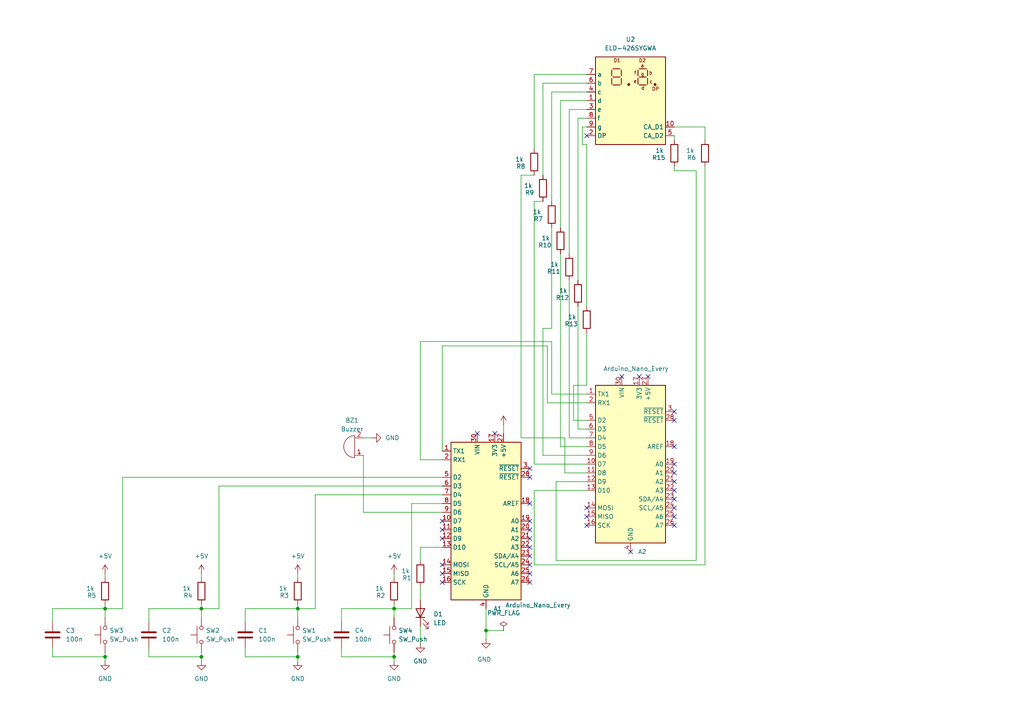
<source format=kicad_sch>
(kicad_sch (version 20250114) (generator "eeschema") (generator_version "9.0")
  (paper "A4")
  (lib_symbols
    (symbol "Device:Buzzer" (pin_names (offset 0.0254) (hide yes))
      (property "Reference" "BZ" (at 3.81 1.27 0))
      (property "Value" "Buzzer" (at 3.81 -1.27 0))
      (symbol "Buzzer_0_1"
        (polyline (pts (xy -1.651 1.905) (xy -1.143 1.905)))
        (polyline (pts (xy -1.397 2.159) (xy -1.397 1.651)))
        (arc (start 0 3.175) (mid 3.1612 0) (end 0 -3.175))
        (polyline (pts (xy 0 3.175) (xy 0 -3.175)))
      )
      (symbol "Buzzer_1_1"
        (pin passive line (at -2.54 2.54 0) (length 2.54) (name "+") (number "1"))
        (pin passive line (at -2.54 -2.54 0) (length 2.54) (name "-") (number "2"))
      )
    )
    (symbol "Device:C" (pin_numbers (hide yes)) (pin_names (offset 0.254))
      (property "Reference" "C" (at 0.635 2.54 0))
      (property "Value" "C" (at 0.635 -2.54 0))
      (symbol "C_0_1"
        (polyline (pts (xy -2.032 0.762) (xy 2.032 0.762)) (stroke (width 0.508)))
        (polyline (pts (xy -2.032 -0.762) (xy 2.032 -0.762)) (stroke (width 0.508)))
      )
      (symbol "C_1_1"
        (pin passive line (at 0 3.81 270) (length 2.794) (name "~") (number "1"))
        (pin passive line (at 0 -3.81 90) (length 2.794) (name "~") (number "2"))
      )
    )
    (symbol "Device:LED" (pin_numbers (hide yes)) (pin_names (offset 1.016) (hide yes))
      (property "Reference" "D" (at 0 2.54 0))
      (property "Value" "LED" (at 0 -2.54 0))
      (symbol "LED_0_1"
        (polyline (pts (xy -3.048 -0.762) (xy -4.572 -2.286) (xy -3.81 -2.286) (xy -4.572 -2.286) (xy -4.572 -1.524)))
        (polyline (pts (xy -1.778 -0.762) (xy -3.302 -2.286) (xy -2.54 -2.286) (xy -3.302 -2.286) (xy -3.302 -1.524)))
        (polyline (pts (xy -1.27 0) (xy 1.27 0)))
        (polyline (pts (xy -1.27 -1.27) (xy -1.27 1.27)) (stroke (width 0.254)))
        (polyline (pts (xy 1.27 -1.27) (xy 1.27 1.27) (xy -1.27 0) (xy 1.27 -1.27)) (stroke (width 0.254)))
      )
      (symbol "LED_1_1"
        (pin passive line (at -3.81 0 0) (length 2.54) (name "K") (number "1"))
        (pin passive line (at 3.81 0 180) (length 2.54) (name "A") (number "2"))
      )
    )
    (symbol "Device:R" (pin_numbers (hide yes)) (pin_names (offset 0))
      (property "Reference" "R" (at 2.032 0 90))
      (property "Value" "R" (at 0 0 90))
      (symbol "R_0_1"
        (rectangle (start -1.016 -2.54) (end 1.016 2.54) (stroke (width 0.254)))
      )
      (symbol "R_1_1"
        (pin passive line (at 0 3.81 270) (length 1.27) (name "~") (number "1"))
        (pin passive line (at 0 -3.81 90) (length 1.27) (name "~") (number "2"))
      )
    )
    (symbol "Display_Character:ELD-426SYGWA"
      (property "Reference" "U" (at -8.89 13.97 0))
      (property "Value" "ELD-426SYGWA" (at -2.794 -14.224 0))
      (symbol "ELD-426SYGWA_0_0"
        (text "D1" (at -3.937 11.684 0) (effects (font (size 0.9906 0.9906))))
        (text "f" (at 1.3716 8.1026 0) (effects (font (size 0.9906 0.9906))))
        (text "e" (at 1.3716 5.6388 0) (effects (font (size 0.9906 0.9906))))
        (text "D2" (at 3.429 11.684 0) (effects (font (size 0.9906 0.9906))))
        (text "a" (at 3.4544 10.1854 0) (effects (font (size 0.9906 0.9906))))
        (text "g" (at 3.5052 7.7216 0) (effects (font (size 0.9906 0.9906))))
        (text "d" (at 3.6068 3.683 0) (effects (font (size 0.9906 0.9906))))
        (text "b" (at 5.842 8.0772 0) (effects (font (size 0.9906 0.9906))))
        (text "c" (at 5.9436 5.5372 0) (effects (font (size 0.9906 0.9906))))
        (text "DP" (at 7.239 3.429 0) (effects (font (size 0.9906 0.9906))))
      )
      (symbol "ELD-426SYGWA_0_1"
        (rectangle (start -10.16 12.7) (end 10.16 -12.7) (stroke (width 0.254)) (fill (type background)))
        (polyline (pts (xy -5.461 7.239) (xy -5.461 8.89)) (stroke (width 0.254)))
        (polyline (pts (xy -5.461 4.826) (xy -5.461 6.477)) (stroke (width 0.254)))
        (polyline (pts (xy -5.08 9.271) (xy -3.048 9.271)) (stroke (width 0.254)))
        (polyline (pts (xy -5.08 6.858) (xy -3.048 6.858)) (stroke (width 0.254)))
        (polyline (pts (xy -5.08 4.572) (xy -3.048 4.572)) (stroke (width 0.254)))
        (polyline (pts (xy -2.667 7.239) (xy -2.667 8.89)) (stroke (width 0.254)))
        (polyline (pts (xy -2.667 4.826) (xy -2.667 6.477)) (stroke (width 0.254)))
        (circle (center -0.508 4.699) (radius 0.2794) (stroke (width 0.254)) (fill (type outline)))
        (polyline (pts (xy 2.159 7.239) (xy 2.159 8.89)) (stroke (width 0.254)))
        (polyline (pts (xy 2.159 4.826) (xy 2.159 6.477)) (stroke (width 0.254)))
        (polyline (pts (xy 2.54 9.271) (xy 4.572 9.271)) (stroke (width 0.254)))
        (polyline (pts (xy 2.54 6.858) (xy 4.572 6.858)) (stroke (width 0.254)))
        (polyline (pts (xy 2.54 4.572) (xy 4.572 4.572)) (stroke (width 0.254)))
        (polyline (pts (xy 4.953 7.239) (xy 4.953 8.89)) (stroke (width 0.254)))
        (polyline (pts (xy 4.953 4.826) (xy 4.953 6.477)) (stroke (width 0.254)))
        (circle (center 7.112 4.699) (radius 0.2794) (stroke (width 0.254)) (fill (type outline)))
      )
      (symbol "ELD-426SYGWA_1_1"
        (pin input line (at -12.7 7.62 0) (length 2.54) (name "a") (number "7"))
        (pin input line (at -12.7 5.08 0) (length 2.54) (name "b") (number "6"))
        (pin input line (at -12.7 2.54 0) (length 2.54) (name "c") (number "4"))
        (pin input line (at -12.7 0 0) (length 2.54) (name "d") (number "1"))
        (pin input line (at -12.7 -2.54 0) (length 2.54) (name "e") (number "3"))
        (pin input line (at -12.7 -5.08 0) (length 2.54) (name "f") (number "8"))
        (pin input line (at -12.7 -7.62 0) (length 2.54) (name "g") (number "9"))
        (pin input line (at -12.7 -10.16 0) (length 2.54) (name "DP") (number "2"))
        (pin input line (at 12.7 -7.62 180) (length 2.54) (name "CA_D1") (number "10"))
        (pin input line (at 12.7 -10.16 180) (length 2.54) (name "CA_D2") (number "5"))
      )
    )
    (symbol "MCU_Module:Arduino_Nano_Every"
      (property "Reference" "A" (at -10.16 23.495 0))
      (property "Value" "Arduino_Nano_Every" (at 5.08 -24.13 0))
      (symbol "Arduino_Nano_Every_0_1"
        (rectangle (start -10.16 22.86) (end 10.16 -22.86) (stroke (width 0.254)) (fill (type background)))
      )
      (symbol "Arduino_Nano_Every_1_1"
        (pin bidirectional line (at -12.7 20.32 0) (length 2.54) (name "TX1") (number "1"))
        (pin bidirectional line (at -12.7 17.78 0) (length 2.54) (name "RX1") (number "2"))
        (pin bidirectional line (at -12.7 12.7 0) (length 2.54) (name "D2") (number "5"))
        (pin bidirectional line (at -12.7 10.16 0) (length 2.54) (name "D3") (number "6"))
        (pin bidirectional line (at -12.7 7.62 0) (length 2.54) (name "D4") (number "7"))
        (pin bidirectional line (at -12.7 5.08 0) (length 2.54) (name "D5") (number "8"))
        (pin bidirectional line (at -12.7 2.54 0) (length 2.54) (name "D6") (number "9"))
        (pin bidirectional line (at -12.7 0 0) (length 2.54) (name "D7") (number "10"))
        (pin bidirectional line (at -12.7 -2.54 0) (length 2.54) (name "D8") (number "11"))
        (pin bidirectional line (at -12.7 -5.08 0) (length 2.54) (name "D9") (number "12"))
        (pin bidirectional line (at -12.7 -7.62 0) (length 2.54) (name "D10") (number "13"))
        (pin bidirectional line (at -12.7 -12.7 0) (length 2.54) (name "MOSI") (number "14"))
        (pin bidirectional line (at -12.7 -15.24 0) (length 2.54) (name "MISO") (number "15"))
        (pin bidirectional line (at -12.7 -17.78 0) (length 2.54) (name "SCK") (number "16"))
        (pin power_in line (at -2.54 25.4 270) (length 2.54) (name "VIN") (number "30"))
        (pin passive line (at 0 -25.4 90) (length 2.54) (hide yes) (name "GND") (number "29"))
        (pin power_in line (at 0 -25.4 90) (length 2.54) (name "GND") (number "4"))
        (pin power_out line (at 2.54 25.4 270) (length 2.54) (name "3V3") (number "17"))
        (pin power_out line (at 5.08 25.4 270) (length 2.54) (name "+5V") (number "27"))
        (pin input line (at 12.7 15.24 180) (length 2.54) (name "~{RESET}") (number "3"))
        (pin input line (at 12.7 12.7 180) (length 2.54) (name "~{RESET}") (number "28"))
        (pin input line (at 12.7 5.08 180) (length 2.54) (name "AREF") (number "18"))
        (pin bidirectional line (at 12.7 0 180) (length 2.54) (name "A0") (number "19"))
        (pin bidirectional line (at 12.7 -2.54 180) (length 2.54) (name "A1") (number "20"))
        (pin bidirectional line (at 12.7 -5.08 180) (length 2.54) (name "A2") (number "21"))
        (pin bidirectional line (at 12.7 -7.62 180) (length 2.54) (name "A3") (number "22"))
        (pin bidirectional line (at 12.7 -10.16 180) (length 2.54) (name "SDA/A4") (number "23"))
        (pin bidirectional line (at 12.7 -12.7 180) (length 2.54) (name "SCL/A5") (number "24"))
        (pin bidirectional line (at 12.7 -15.24 180) (length 2.54) (name "A6") (number "25"))
        (pin bidirectional line (at 12.7 -17.78 180) (length 2.54) (name "A7") (number "26"))
      )
    )
    (symbol "Switch:SW_Push" (pin_numbers (hide yes)) (pin_names (offset 1.016) (hide yes))
      (property "Reference" "SW" (at 1.27 2.54 0))
      (property "Value" "SW_Push" (at 0 -1.524 0))
      (symbol "SW_Push_0_1"
        (circle (center -2.032 0) (radius 0.508))
        (polyline (pts (xy 0 1.27) (xy 0 3.048)))
        (circle (center 2.032 0) (radius 0.508))
        (polyline (pts (xy 2.54 1.27) (xy -2.54 1.27)))
        (pin passive line (at -5.08 0 0) (length 2.54) (name "1") (number "1"))
        (pin passive line (at 5.08 0 180) (length 2.54) (name "2") (number "2"))
      )
    )
    (symbol "power:+5V" (power) (pin_numbers (hide yes)) (pin_names (offset 0) (hide yes))
      (property "Value" "+5V" (at 0 3.556 0))
      (symbol "+5V_0_1"
        (polyline (pts (xy -0.762 1.27) (xy 0 2.54)))
        (polyline (pts (xy 0 2.54) (xy 0.762 1.27)))
        (polyline (pts (xy 0 0) (xy 0 2.54)))
      )
      (symbol "+5V_1_1"
        (pin power_in line (at 0 0 90) (length 0) (name "~") (number "1"))
      )
    )
    (symbol "power:GND" (power) (pin_numbers (hide yes)) (pin_names (offset 0) (hide yes))
      (property "Value" "GND" (at 0 -3.81 0))
      (symbol "GND_0_1"
        (polyline (pts (xy 0 0) (xy 0 -1.27) (xy 1.27 -1.27) (xy 0 -2.54) (xy -1.27 -1.27) (xy 0 -1.27)))
      )
      (symbol "GND_1_1"
        (pin power_in line (at 0 0 270) (length 0) (name "~") (number "1"))
      )
    )
    (symbol "power:PWR_FLAG" (power) (pin_numbers (hide yes)) (pin_names (offset 0) (hide yes))
      (property "Value" "PWR_FLAG" (at 0 3.81 0))
      (symbol "PWR_FLAG_0_0"
        (pin power_out line (at 0 0 90) (length 0) (name "~") (number "1"))
      )
      (symbol "PWR_FLAG_0_1"
        (polyline (pts (xy 0 0) (xy 0 1.27) (xy -1.016 1.905) (xy 0 2.54) (xy 1.016 1.905) (xy 0 1.27)))
      )
    )
  )
  (junction (at 114.3 176.53))
  (junction (at 114.3 190.5))
  (junction (at 140.97 182.88))
  (junction (at 86.36 190.5))
  (junction (at 86.36 176.53))
  (junction (at 58.42 176.53))
  (junction (at 58.42 190.5))
  (junction (at 30.48 176.53))
  (junction (at 30.48 190.5))
  (no_connect (at 128.27 163.83))
  (no_connect (at 195.58 152.4))
  (no_connect (at 153.67 166.37))
  (no_connect (at 128.27 153.67))
  (no_connect (at 170.18 39.37))
  (no_connect (at 195.58 129.54))
  (no_connect (at 153.67 153.67))
  (no_connect (at 195.58 137.16))
  (no_connect (at 153.67 168.91))
  (no_connect (at 153.67 151.13))
  (no_connect (at 153.67 156.21))
  (no_connect (at 138.43 125.73))
  (no_connect (at 182.88 160.02))
  (no_connect (at 187.96 109.22))
  (no_connect (at 195.58 142.24))
  (no_connect (at 195.58 119.38))
  (no_connect (at 143.51 125.73))
  (no_connect (at 195.58 121.92))
  (no_connect (at 128.27 156.21))
  (no_connect (at 128.27 168.91))
  (no_connect (at 195.58 147.32))
  (no_connect (at 153.67 138.43))
  (no_connect (at 153.67 161.29))
  (no_connect (at 185.42 109.22))
  (no_connect (at 170.18 152.4))
  (no_connect (at 128.27 151.13))
  (no_connect (at 153.67 146.05))
  (no_connect (at 180.34 109.22))
  (no_connect (at 153.67 135.89))
  (no_connect (at 170.18 147.32))
  (no_connect (at 170.18 149.86))
  (no_connect (at 128.27 166.37))
  (no_connect (at 195.58 144.78))
  (no_connect (at 195.58 149.86))
  (no_connect (at 195.58 139.7))
  (no_connect (at 195.58 134.62))
  (no_connect (at 153.67 163.83))
  (no_connect (at 153.67 158.75))
  (wire (pts (xy 157.48 58.42) (xy 154.94 58.42)))
  (wire (pts (xy 119.38 146.05) (xy 128.27 146.05)))
  (wire (pts (xy 170.18 114.3) (xy 160.02 114.3)))
  (wire (pts (xy 160.02 95.25) (xy 157.48 95.25)))
  (wire (pts (xy 15.24 180.34) (xy 15.24 176.53)))
  (wire (pts (xy 195.58 48.26) (xy 195.58 49.53)))
  (wire (pts (xy 160.02 26.67) (xy 160.02 58.42)))
  (wire (pts (xy 121.92 99.06) (xy 121.92 133.35)))
  (wire (pts (xy 157.48 95.25) (xy 157.48 132.08)))
  (wire (pts (xy 114.3 176.53) (xy 119.38 176.53)))
  (wire (pts (xy 157.48 24.13) (xy 157.48 50.8)))
  (wire (pts (xy 43.18 190.5) (xy 58.42 190.5)))
  (wire (pts (xy 58.42 176.53) (xy 58.42 179.07)))
  (wire (pts (xy 154.94 21.59) (xy 154.94 43.18)))
  (wire (pts (xy 114.3 166.37) (xy 114.3 167.64)))
  (wire (pts (xy 128.27 100.33) (xy 128.27 130.81)))
  (wire (pts (xy 30.48 176.53) (xy 30.48 179.07)))
  (wire (pts (xy 43.18 180.34) (xy 43.18 176.53)))
  (wire (pts (xy 30.48 190.5) (xy 30.48 191.77)))
  (wire (pts (xy 158.75 100.33) (xy 128.27 100.33)))
  (wire (pts (xy 167.64 124.46) (xy 170.18 124.46)))
  (wire (pts (xy 86.36 176.53) (xy 86.36 179.07)))
  (wire (pts (xy 167.64 88.9) (xy 167.64 124.46)))
  (wire (pts (xy 114.3 190.5) (xy 114.3 191.77)))
  (wire (pts (xy 201.93 162.56) (xy 161.29 162.56)))
  (wire (pts (xy 161.29 139.7) (xy 170.18 139.7)))
  (wire (pts (xy 154.94 134.62) (xy 170.18 134.62)))
  (wire (pts (xy 140.97 182.88) (xy 146.05 182.88)))
  (wire (pts (xy 204.47 36.83) (xy 204.47 40.64)))
  (wire (pts (xy 170.18 24.13) (xy 157.48 24.13)))
  (wire (pts (xy 140.97 182.88) (xy 140.97 176.53)))
  (wire (pts (xy 157.48 132.08) (xy 170.18 132.08)))
  (wire (pts (xy 30.48 176.53) (xy 35.56 176.53)))
  (wire (pts (xy 162.56 29.21) (xy 162.56 66.04)))
  (wire (pts (xy 204.47 48.26) (xy 204.47 163.83)))
  (wire (pts (xy 195.58 49.53) (xy 201.93 49.53)))
  (wire (pts (xy 99.06 180.34) (xy 99.06 176.53)))
  (wire (pts (xy 99.06 187.96) (xy 99.06 190.5)))
  (wire (pts (xy 204.47 163.83) (xy 154.94 163.83)))
  (wire (pts (xy 58.42 175.26) (xy 58.42 176.53)))
  (wire (pts (xy 35.56 176.53) (xy 35.56 138.43)))
  (wire (pts (xy 154.94 163.83) (xy 154.94 142.24)))
  (wire (pts (xy 165.1 81.28) (xy 165.1 127)))
  (wire (pts (xy 151.13 127) (xy 163.83 127)))
  (wire (pts (xy 63.5 140.97) (xy 128.27 140.97)))
  (wire (pts (xy 163.83 137.16) (xy 170.18 137.16)))
  (wire (pts (xy 86.36 176.53) (xy 91.44 176.53)))
  (wire (pts (xy 86.36 175.26) (xy 86.36 176.53)))
  (wire (pts (xy 58.42 189.23) (xy 58.42 190.5)))
  (wire (pts (xy 158.75 116.84) (xy 158.75 100.33)))
  (wire (pts (xy 121.92 170.18) (xy 121.92 173.99)))
  (wire (pts (xy 114.3 176.53) (xy 114.3 179.07)))
  (wire (pts (xy 86.36 189.23) (xy 86.36 190.5)))
  (wire (pts (xy 166.37 111.76) (xy 166.37 121.92)))
  (wire (pts (xy 71.12 190.5) (xy 86.36 190.5)))
  (wire (pts (xy 170.18 116.84) (xy 158.75 116.84)))
  (wire (pts (xy 43.18 176.53) (xy 58.42 176.53)))
  (wire (pts (xy 140.97 185.42) (xy 140.97 182.88)))
  (wire (pts (xy 15.24 190.5) (xy 30.48 190.5)))
  (wire (pts (xy 114.3 189.23) (xy 114.3 190.5)))
  (wire (pts (xy 170.18 36.83) (xy 168.91 36.83)))
  (wire (pts (xy 154.94 142.24) (xy 170.18 142.24)))
  (wire (pts (xy 162.56 129.54) (xy 170.18 129.54)))
  (wire (pts (xy 63.5 176.53) (xy 63.5 140.97)))
  (wire (pts (xy 121.92 158.75) (xy 128.27 158.75)))
  (wire (pts (xy 105.41 127) (xy 107.95 127)))
  (wire (pts (xy 160.02 66.04) (xy 160.02 95.25)))
  (wire (pts (xy 166.37 121.92) (xy 170.18 121.92)))
  (wire (pts (xy 168.91 36.83) (xy 168.91 41.91)))
  (wire (pts (xy 168.91 41.91) (xy 170.18 41.91)))
  (wire (pts (xy 160.02 99.06) (xy 121.92 99.06)))
  (wire (pts (xy 170.18 111.76) (xy 166.37 111.76)))
  (wire (pts (xy 58.42 166.37) (xy 58.42 167.64)))
  (wire (pts (xy 58.42 190.5) (xy 58.42 191.77)))
  (wire (pts (xy 121.92 133.35) (xy 128.27 133.35)))
  (wire (pts (xy 15.24 176.53) (xy 30.48 176.53)))
  (wire (pts (xy 99.06 190.5) (xy 114.3 190.5)))
  (wire (pts (xy 71.12 187.96) (xy 71.12 190.5)))
  (wire (pts (xy 154.94 58.42) (xy 154.94 134.62)))
  (wire (pts (xy 170.18 88.9) (xy 170.18 41.91)))
  (wire (pts (xy 146.05 123.19) (xy 146.05 125.73)))
  (wire (pts (xy 170.18 34.29) (xy 167.64 34.29)))
  (wire (pts (xy 86.36 190.5) (xy 86.36 191.77)))
  (wire (pts (xy 195.58 36.83) (xy 204.47 36.83)))
  (wire (pts (xy 195.58 39.37) (xy 195.58 40.64)))
  (wire (pts (xy 58.42 176.53) (xy 63.5 176.53)))
  (wire (pts (xy 170.18 29.21) (xy 162.56 29.21)))
  (wire (pts (xy 170.18 21.59) (xy 154.94 21.59)))
  (wire (pts (xy 121.92 181.61) (xy 121.92 186.69)))
  (wire (pts (xy 119.38 176.53) (xy 119.38 146.05)))
  (wire (pts (xy 201.93 49.53) (xy 201.93 162.56)))
  (wire (pts (xy 71.12 180.34) (xy 71.12 176.53)))
  (wire (pts (xy 43.18 187.96) (xy 43.18 190.5)))
  (wire (pts (xy 151.13 50.8) (xy 151.13 127)))
  (wire (pts (xy 15.24 187.96) (xy 15.24 190.5)))
  (wire (pts (xy 128.27 148.59) (xy 105.41 148.59)))
  (wire (pts (xy 162.56 73.66) (xy 162.56 129.54)))
  (wire (pts (xy 30.48 189.23) (xy 30.48 190.5)))
  (wire (pts (xy 86.36 166.37) (xy 86.36 167.64)))
  (wire (pts (xy 105.41 148.59) (xy 105.41 132.08)))
  (wire (pts (xy 165.1 31.75) (xy 165.1 73.66)))
  (wire (pts (xy 165.1 127) (xy 170.18 127)))
  (wire (pts (xy 163.83 127) (xy 163.83 137.16)))
  (wire (pts (xy 167.64 34.29) (xy 167.64 81.28)))
  (wire (pts (xy 30.48 166.37) (xy 30.48 167.64)))
  (wire (pts (xy 91.44 143.51) (xy 128.27 143.51)))
  (wire (pts (xy 154.94 50.8) (xy 151.13 50.8)))
  (wire (pts (xy 170.18 96.52) (xy 170.18 111.76)))
  (wire (pts (xy 161.29 162.56) (xy 161.29 139.7)))
  (wire (pts (xy 30.48 175.26) (xy 30.48 176.53)))
  (wire (pts (xy 170.18 31.75) (xy 165.1 31.75)))
  (wire (pts (xy 114.3 175.26) (xy 114.3 176.53)))
  (wire (pts (xy 170.18 26.67) (xy 160.02 26.67)))
  (wire (pts (xy 160.02 114.3) (xy 160.02 99.06)))
  (wire (pts (xy 35.56 138.43) (xy 128.27 138.43)))
  (wire (pts (xy 99.06 176.53) (xy 114.3 176.53)))
  (wire (pts (xy 121.92 158.75) (xy 121.92 162.56)))
  (wire (pts (xy 91.44 176.53) (xy 91.44 143.51)))
  (wire (pts (xy 71.12 176.53) (xy 86.36 176.53)))
  (symbol (lib_id "Device:R") (at 30.48 171.45 180) (unit 1)
    (property "Reference" "R5" (at 27.94 172.7201 0) (effects (justify left)))
    (property "Value" "1k" (at 27.432 170.688 0) (effects (justify left)))
    (property "Footprint" "Resistor_SMD:R_0201_0603Metric" (effects (hide yes)))
    (property "Description" "Resistor" (effects (hide yes)))
  )
  (symbol (lib_id "Switch:SW_Push") (at 114.3 184.15 90) (unit 1)
    (property "Reference" "SW4" (at 115.57 182.8799 90) (effects (justify right)))
    (property "Value" "SW_Push" (at 115.57 185.4199 90) (effects (justify right)))
    (property "Footprint" "Button_Switch_SMD:SW_Push_1P1T_NO_CK_PTS125Sx43PSMTR" (effects (hide yes)))
    (property "Description" "Push button switch, generic, two pins" (effects (hide yes)))
  )
  (symbol (lib_id "Device:R") (at 58.42 171.45 180) (unit 1)
    (property "Reference" "R4" (at 55.88 172.7201 0) (effects (justify left)))
    (property "Value" "1k" (at 55.372 170.688 0) (effects (justify left)))
    (property "Footprint" "Resistor_SMD:R_0201_0603Metric" (effects (hide yes)))
    (property "Description" "Resistor" (effects (hide yes)))
  )
  (symbol (lib_id "power:GND") (at 140.97 185.42 0) (unit 1)
    (property "Reference" "#PWR02" (effects (hide yes)))
    (property "Value" "GND" (at 140.462 191.262 0))
    (property "Description" "Power symbol creates a global label with name \"GND\" , ground" (effects (hide yes)))
  )
  (symbol (lib_id "Device:R") (at 195.58 44.45 180) (unit 1)
    (property "Reference" "R15" (at 193.04 45.7201 0) (effects (justify left)))
    (property "Value" "1k" (at 192.532 43.688 0) (effects (justify left)))
    (property "Footprint" "Resistor_SMD:R_0201_0603Metric" (effects (hide yes)))
    (property "Description" "Resistor" (effects (hide yes)))
  )
  (symbol (lib_id "Device:R") (at 204.47 44.45 180) (unit 1)
    (property "Reference" "R6" (at 201.93 45.7201 0) (effects (justify left)))
    (property "Value" "1k" (at 201.422 43.688 0) (effects (justify left)))
    (property "Footprint" "Resistor_SMD:R_0201_0603Metric" (effects (hide yes)))
    (property "Description" "Resistor" (effects (hide yes)))
  )
  (symbol (lib_id "power:+5V") (at 86.36 166.37 0) (unit 1)
    (property "Reference" "#PWR07" (effects (hide yes)))
    (property "Value" "+5V" (at 86.36 161.29 0))
    (property "Description" "Power symbol creates a global label with name \"+5V\"" (effects (hide yes)))
  )
  (symbol (lib_id "Device:R") (at 170.18 92.71 180) (unit 1)
    (property "Reference" "R13" (at 167.64 93.9801 0) (effects (justify left)))
    (property "Value" "1k" (at 167.132 91.948 0) (effects (justify left)))
    (property "Footprint" "Resistor_SMD:R_0201_0603Metric" (effects (hide yes)))
    (property "Description" "Resistor" (effects (hide yes)))
  )
  (symbol (lib_id "Device:LED") (at 121.92 177.8 90) (unit 1)
    (property "Reference" "D1" (at 125.73 178.1174 90) (effects (justify right)))
    (property "Value" "LED" (at 125.73 180.6574 90) (effects (justify right)))
    (property "Description" "Light emitting diode" (effects (hide yes)))
    (property "Sim.Pins" "1=K 2=A" (effects (hide yes)))
  )
  (symbol (lib_id "Device:C") (at 99.06 184.15 0) (unit 1)
    (property "Reference" "C4" (at 102.87 182.8799 0) (effects (justify left)))
    (property "Value" "100n" (at 102.87 185.4199 0) (effects (justify left)))
    (property "Footprint" "Capacitor_SMD:C_0201_0603Metric" (effects (hide yes)))
    (property "Description" "Unpolarized capacitor" (effects (hide yes)))
  )
  (symbol (lib_id "MCU_Module:Arduino_Nano_Every") (at 140.97 151.13 0) (unit 1)
    (property "Reference" "A1" (at 143.1133 176.53 0) (effects (justify left)))
    (property "Value" "Arduino_Nano_Every" (at 146.558 175.514 0) (effects (justify left)))
    (property "Footprint" "Module:Arduino_Nano" (effects (hide yes)))
    (property "Datasheet" "https://content.arduino.cc/assets/NANOEveryV3.0_sch.pdf" (effects (hide yes)))
    (property "Description" "Arduino Nano Every" (effects (hide yes)))
  )
  (symbol (lib_id "Device:R") (at 114.3 171.45 180) (unit 1)
    (property "Reference" "R2" (at 111.76 172.7201 0) (effects (justify left)))
    (property "Value" "1k" (at 111.252 170.688 0) (effects (justify left)))
    (property "Footprint" "Resistor_SMD:R_0201_0603Metric" (effects (hide yes)))
    (property "Description" "Resistor" (effects (hide yes)))
  )
  (symbol (lib_id "Switch:SW_Push") (at 30.48 184.15 90) (unit 1)
    (property "Reference" "SW3" (at 31.75 182.8799 90) (effects (justify right)))
    (property "Value" "SW_Push" (at 31.75 185.4199 90) (effects (justify right)))
    (property "Footprint" "Button_Switch_SMD:SW_Push_1P1T_NO_CK_PTS125Sx43PSMTR" (effects (hide yes)))
    (property "Description" "Push button switch, generic, two pins" (effects (hide yes)))
  )
  (symbol (lib_id "Device:R") (at 157.48 54.61 180) (unit 1)
    (property "Reference" "R9" (at 154.94 55.8801 0) (effects (justify left)))
    (property "Value" "1k" (at 154.432 53.848 0) (effects (justify left)))
    (property "Footprint" "Resistor_SMD:R_0201_0603Metric" (effects (hide yes)))
    (property "Description" "Resistor" (effects (hide yes)))
  )
  (symbol (lib_id "power:+5V") (at 58.42 166.37 0) (unit 1)
    (property "Reference" "#PWR03" (effects (hide yes)))
    (property "Value" "+5V" (at 58.42 161.29 0))
    (property "Description" "Power symbol creates a global label with name \"+5V\"" (effects (hide yes)))
  )
  (symbol (lib_id "power:GND") (at 121.92 186.69 0) (unit 1)
    (property "Reference" "#PWR011" (effects (hide yes)))
    (property "Value" "GND" (at 121.92 191.77 0))
    (property "Description" "Power symbol creates a global label with name \"GND\" , ground" (effects (hide yes)))
  )
  (symbol (lib_id "Switch:SW_Push") (at 58.42 184.15 90) (unit 1)
    (property "Reference" "SW2" (at 59.69 182.8799 90) (effects (justify right)))
    (property "Value" "SW_Push" (at 59.69 185.4199 90) (effects (justify right)))
    (property "Footprint" "Button_Switch_SMD:SW_Push_1P1T_NO_CK_PTS125Sx43PSMTR" (effects (hide yes)))
    (property "Description" "Push button switch, generic, two pins" (effects (hide yes)))
  )
  (symbol (lib_id "Device:C") (at 71.12 184.15 0) (unit 1)
    (property "Reference" "C1" (at 74.93 182.8799 0) (effects (justify left)))
    (property "Value" "100n" (at 74.93 185.4199 0) (effects (justify left)))
    (property "Footprint" "Capacitor_SMD:C_0201_0603Metric" (effects (hide yes)))
    (property "Description" "Unpolarized capacitor" (effects (hide yes)))
  )
  (symbol (lib_id "power:+5V") (at 114.3 166.37 0) (unit 1)
    (property "Reference" "#PWR09" (effects (hide yes)))
    (property "Value" "+5V" (at 114.3 161.29 0))
    (property "Description" "Power symbol creates a global label with name \"+5V\"" (effects (hide yes)))
  )
  (symbol (lib_id "power:GND") (at 107.95 127 90) (unit 1)
    (property "Reference" "#PWR013" (effects (hide yes)))
    (property "Value" "GND" (at 111.76 126.9999 90) (effects (justify right)))
    (property "Description" "Power symbol creates a global label with name \"GND\" , ground" (effects (hide yes)))
  )
  (symbol (lib_id "Device:R") (at 121.92 166.37 180) (unit 1)
    (property "Reference" "R1" (at 119.38 167.6401 0) (effects (justify left)))
    (property "Value" "1k" (at 118.872 165.608 0) (effects (justify left)))
    (property "Footprint" "Resistor_SMD:R_0201_0603Metric" (effects (hide yes)))
    (property "Description" "Resistor" (effects (hide yes)))
  )
  (symbol (lib_id "Device:R") (at 162.56 69.85 180) (unit 1)
    (property "Reference" "R10" (at 160.02 71.1201 0) (effects (justify left)))
    (property "Value" "1k" (at 159.512 69.088 0) (effects (justify left)))
    (property "Footprint" "Resistor_SMD:R_0201_0603Metric" (effects (hide yes)))
    (property "Description" "Resistor" (effects (hide yes)))
  )
  (symbol (lib_id "power:+5V") (at 30.48 166.37 0) (unit 1)
    (property "Reference" "#PWR05" (effects (hide yes)))
    (property "Value" "+5V" (at 30.48 161.29 0))
    (property "Description" "Power symbol creates a global label with name \"+5V\"" (effects (hide yes)))
  )
  (symbol (lib_id "Device:R") (at 154.94 46.99 180) (unit 1)
    (property "Reference" "R8" (at 152.4 48.2601 0) (effects (justify left)))
    (property "Value" "1k" (at 151.892 46.228 0) (effects (justify left)))
    (property "Footprint" "Resistor_SMD:R_0201_0603Metric" (effects (hide yes)))
    (property "Description" "Resistor" (effects (hide yes)))
  )
  (symbol (lib_id "MCU_Module:Arduino_Nano_Every") (at 182.88 134.62 0) (unit 1)
    (property "Reference" "A2" (at 185.0233 160.02 0) (effects (justify left)))
    (property "Value" "Arduino_Nano_Every" (at 175.006 106.934 0) (effects (justify left)))
    (property "Footprint" "Module:Arduino_Nano" (effects (hide yes)))
    (property "Datasheet" "https://content.arduino.cc/assets/NANOEveryV3.0_sch.pdf" (effects (hide yes)))
    (property "Description" "Arduino Nano Every" (effects (hide yes)))
  )
  (symbol (lib_id "Device:R") (at 167.64 85.09 180) (unit 1)
    (property "Reference" "R12" (at 165.1 86.3601 0) (effects (justify left)))
    (property "Value" "1k" (at 164.592 84.328 0) (effects (justify left)))
    (property "Footprint" "Resistor_SMD:R_0201_0603Metric" (effects (hide yes)))
    (property "Description" "Resistor" (effects (hide yes)))
  )
  (symbol (lib_id "power:GND") (at 58.42 191.77 0) (unit 1)
    (property "Reference" "#PWR04" (effects (hide yes)))
    (property "Value" "GND" (at 58.42 196.85 0))
    (property "Description" "Power symbol creates a global label with name \"GND\" , ground" (effects (hide yes)))
  )
  (symbol (lib_id "power:GND") (at 86.36 191.77 0) (unit 1)
    (property "Reference" "#PWR08" (effects (hide yes)))
    (property "Value" "GND" (at 86.36 196.85 0))
    (property "Description" "Power symbol creates a global label with name \"GND\" , ground" (effects (hide yes)))
  )
  (symbol (lib_id "Display_Character:ELD-426SYGWA") (at 182.88 29.21 0) (unit 1)
    (property "Reference" "U2" (at 182.88 11.43 0))
    (property "Value" "ELD-426SYGWA" (at 182.88 13.97 0))
    (property "Footprint" "Display_7Segment:ELD_426XXXX" (effects (hide yes)))
    (property "Datasheet" "http://www.everlight.com/file/ProductFile/D426SYGWA-S530-E2.pdf" (effects (hide yes)))
    (property "Description" "Double 7 segment brilliant yellow green LED common anode" (effects (hide yes)))
  )
  (symbol (lib_id "power:GND") (at 30.48 191.77 0) (unit 1)
    (property "Reference" "#PWR06" (effects (hide yes)))
    (property "Value" "GND" (at 30.48 196.85 0))
    (property "Description" "Power symbol creates a global label with name \"GND\" , ground" (effects (hide yes)))
  )
  (symbol (lib_id "Device:C") (at 43.18 184.15 0) (unit 1)
    (property "Reference" "C2" (at 46.99 182.8799 0) (effects (justify left)))
    (property "Value" "100n" (at 46.99 185.4199 0) (effects (justify left)))
    (property "Footprint" "Capacitor_SMD:C_0201_0603Metric" (effects (hide yes)))
    (property "Description" "Unpolarized capacitor" (effects (hide yes)))
  )
  (symbol (lib_id "Device:Buzzer") (at 102.87 129.54 180) (unit 1)
    (property "Reference" "BZ1" (at 102.1149 121.92 0))
    (property "Value" "Buzzer" (at 102.1149 124.46 0))
    (property "Footprint" "Buzzer_Beeper:Buzzer_TDK_PS1240P02BT_D12.2mm_H6.5mm" (effects (hide yes)))
    (property "Description" "Buzzer, polarized" (effects (hide yes)))
  )
  (symbol (lib_id "Switch:SW_Push") (at 86.36 184.15 90) (unit 1)
    (property "Reference" "SW1" (at 87.63 182.8799 90) (effects (justify right)))
    (property "Value" "SW_Push" (at 87.63 185.4199 90) (effects (justify right)))
    (property "Footprint" "Button_Switch_SMD:SW_Push_1P1T_NO_CK_PTS125Sx43PSMTR" (effects (hide yes)))
    (property "Description" "Push button switch, generic, two pins" (effects (hide yes)))
  )
  (symbol (lib_id "Device:R") (at 160.02 62.23 180) (unit 1)
    (property "Reference" "R7" (at 157.48 63.5001 0) (effects (justify left)))
    (property "Value" "1k" (at 156.972 61.468 0) (effects (justify left)))
    (property "Footprint" "Resistor_SMD:R_0201_0603Metric" (effects (hide yes)))
    (property "Description" "Resistor" (effects (hide yes)))
  )
  (symbol (lib_id "power:PWR_FLAG") (at 146.05 182.88 0) (unit 1)
    (property "Reference" "#FLG01" (effects (hide yes)))
    (property "Value" "PWR_FLAG" (at 146.05 177.8 0))
    (property "Description" "Special symbol for telling ERC where power comes from" (effects (hide yes)))
  )
  (symbol (lib_id "power:+5V") (at 146.05 123.19 0) (unit 1)
    (property "Reference" "#PWR01" (effects (hide yes)))
    (property "Value" "+5V" (effects (hide yes)))
    (property "Description" "Power symbol creates a global label with name \"+5V\"" (effects (hide yes)))
  )
  (symbol (lib_id "Device:R") (at 86.36 171.45 180) (unit 1)
    (property "Reference" "R3" (at 83.82 172.7201 0) (effects (justify left)))
    (property "Value" "1k" (at 83.312 170.688 0) (effects (justify left)))
    (property "Footprint" "Resistor_SMD:R_0201_0603Metric" (effects (hide yes)))
    (property "Description" "Resistor" (effects (hide yes)))
  )
  (symbol (lib_id "Device:R") (at 165.1 77.47 180) (unit 1)
    (property "Reference" "R11" (at 162.56 78.7401 0) (effects (justify left)))
    (property "Value" "1k" (at 162.052 76.708 0) (effects (justify left)))
    (property "Footprint" "Resistor_SMD:R_0201_0603Metric" (effects (hide yes)))
    (property "Description" "Resistor" (effects (hide yes)))
  )
  (symbol (lib_id "Device:C") (at 15.24 184.15 0) (unit 1)
    (property "Reference" "C3" (at 19.05 182.8799 0) (effects (justify left)))
    (property "Value" "100n" (at 19.05 185.4199 0) (effects (justify left)))
    (property "Footprint" "Capacitor_SMD:C_0201_0603Metric" (effects (hide yes)))
    (property "Description" "Unpolarized capacitor" (effects (hide yes)))
  )
  (symbol (lib_id "power:GND") (at 114.3 191.77 0) (unit 1)
    (property "Reference" "#PWR010" (effects (hide yes)))
    (property "Value" "GND" (at 114.3 196.85 0))
    (property "Description" "Power symbol creates a global label with name \"GND\" , ground" (effects (hide yes)))
  )
)
</source>
